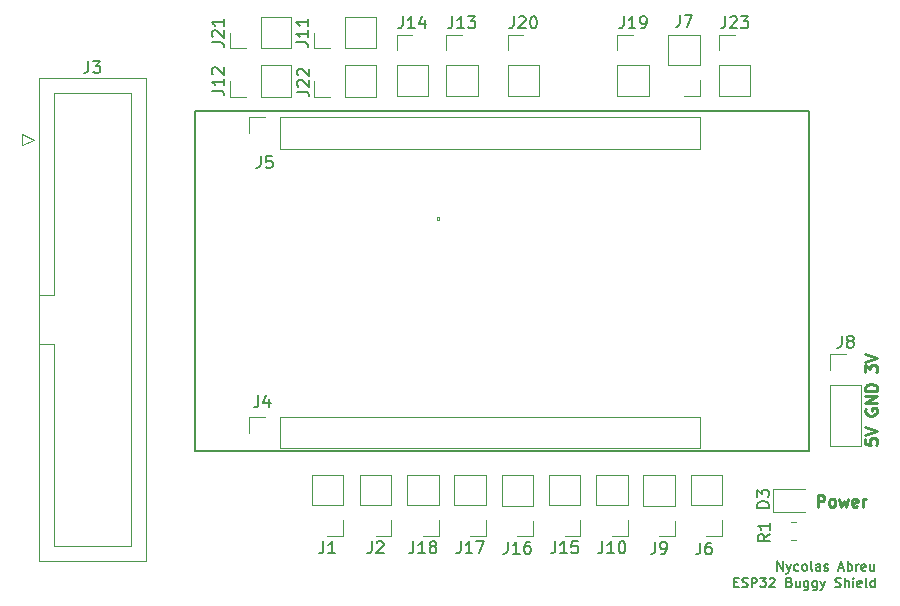
<source format=gbr>
%TF.GenerationSoftware,KiCad,Pcbnew,(6.0.6)*%
%TF.CreationDate,2022-08-29T19:16:38-03:00*%
%TF.ProjectId,Shield_Esp32,53686965-6c64-45f4-9573-7033322e6b69,rev?*%
%TF.SameCoordinates,Original*%
%TF.FileFunction,Legend,Top*%
%TF.FilePolarity,Positive*%
%FSLAX46Y46*%
G04 Gerber Fmt 4.6, Leading zero omitted, Abs format (unit mm)*
G04 Created by KiCad (PCBNEW (6.0.6)) date 2022-08-29 19:16:38*
%MOMM*%
%LPD*%
G01*
G04 APERTURE LIST*
%ADD10C,0.200000*%
%ADD11C,0.250000*%
%ADD12C,0.150000*%
%ADD13C,0.120000*%
G04 APERTURE END LIST*
D10*
X199700000Y-114600000D02*
X147700000Y-114600000D01*
X147700000Y-114600000D02*
X147700000Y-85800000D01*
X147700000Y-85800000D02*
X199700000Y-85800000D01*
X199700000Y-85800000D02*
X199700000Y-114600000D01*
D11*
X200423809Y-119352380D02*
X200423809Y-118352380D01*
X200804761Y-118352380D01*
X200900000Y-118400000D01*
X200947619Y-118447619D01*
X200995238Y-118542857D01*
X200995238Y-118685714D01*
X200947619Y-118780952D01*
X200900000Y-118828571D01*
X200804761Y-118876190D01*
X200423809Y-118876190D01*
X201566666Y-119352380D02*
X201471428Y-119304761D01*
X201423809Y-119257142D01*
X201376190Y-119161904D01*
X201376190Y-118876190D01*
X201423809Y-118780952D01*
X201471428Y-118733333D01*
X201566666Y-118685714D01*
X201709523Y-118685714D01*
X201804761Y-118733333D01*
X201852380Y-118780952D01*
X201900000Y-118876190D01*
X201900000Y-119161904D01*
X201852380Y-119257142D01*
X201804761Y-119304761D01*
X201709523Y-119352380D01*
X201566666Y-119352380D01*
X202233333Y-118685714D02*
X202423809Y-119352380D01*
X202614285Y-118876190D01*
X202804761Y-119352380D01*
X202995238Y-118685714D01*
X203757142Y-119304761D02*
X203661904Y-119352380D01*
X203471428Y-119352380D01*
X203376190Y-119304761D01*
X203328571Y-119209523D01*
X203328571Y-118828571D01*
X203376190Y-118733333D01*
X203471428Y-118685714D01*
X203661904Y-118685714D01*
X203757142Y-118733333D01*
X203804761Y-118828571D01*
X203804761Y-118923809D01*
X203328571Y-119019047D01*
X204233333Y-119352380D02*
X204233333Y-118685714D01*
X204233333Y-118876190D02*
X204280952Y-118780952D01*
X204328571Y-118733333D01*
X204423809Y-118685714D01*
X204519047Y-118685714D01*
D10*
X197004761Y-124761904D02*
X197004761Y-123961904D01*
X197461904Y-124761904D01*
X197461904Y-123961904D01*
X197766666Y-124228571D02*
X197957142Y-124761904D01*
X198147619Y-124228571D02*
X197957142Y-124761904D01*
X197880952Y-124952380D01*
X197842857Y-124990476D01*
X197766666Y-125028571D01*
X198795238Y-124723809D02*
X198719047Y-124761904D01*
X198566666Y-124761904D01*
X198490476Y-124723809D01*
X198452380Y-124685714D01*
X198414285Y-124609523D01*
X198414285Y-124380952D01*
X198452380Y-124304761D01*
X198490476Y-124266666D01*
X198566666Y-124228571D01*
X198719047Y-124228571D01*
X198795238Y-124266666D01*
X199252380Y-124761904D02*
X199176190Y-124723809D01*
X199138095Y-124685714D01*
X199100000Y-124609523D01*
X199100000Y-124380952D01*
X199138095Y-124304761D01*
X199176190Y-124266666D01*
X199252380Y-124228571D01*
X199366666Y-124228571D01*
X199442857Y-124266666D01*
X199480952Y-124304761D01*
X199519047Y-124380952D01*
X199519047Y-124609523D01*
X199480952Y-124685714D01*
X199442857Y-124723809D01*
X199366666Y-124761904D01*
X199252380Y-124761904D01*
X199976190Y-124761904D02*
X199900000Y-124723809D01*
X199861904Y-124647619D01*
X199861904Y-123961904D01*
X200623809Y-124761904D02*
X200623809Y-124342857D01*
X200585714Y-124266666D01*
X200509523Y-124228571D01*
X200357142Y-124228571D01*
X200280952Y-124266666D01*
X200623809Y-124723809D02*
X200547619Y-124761904D01*
X200357142Y-124761904D01*
X200280952Y-124723809D01*
X200242857Y-124647619D01*
X200242857Y-124571428D01*
X200280952Y-124495238D01*
X200357142Y-124457142D01*
X200547619Y-124457142D01*
X200623809Y-124419047D01*
X200966666Y-124723809D02*
X201042857Y-124761904D01*
X201195238Y-124761904D01*
X201271428Y-124723809D01*
X201309523Y-124647619D01*
X201309523Y-124609523D01*
X201271428Y-124533333D01*
X201195238Y-124495238D01*
X201080952Y-124495238D01*
X201004761Y-124457142D01*
X200966666Y-124380952D01*
X200966666Y-124342857D01*
X201004761Y-124266666D01*
X201080952Y-124228571D01*
X201195238Y-124228571D01*
X201271428Y-124266666D01*
X202223809Y-124533333D02*
X202604761Y-124533333D01*
X202147619Y-124761904D02*
X202414285Y-123961904D01*
X202680952Y-124761904D01*
X202947619Y-124761904D02*
X202947619Y-123961904D01*
X202947619Y-124266666D02*
X203023809Y-124228571D01*
X203176190Y-124228571D01*
X203252380Y-124266666D01*
X203290476Y-124304761D01*
X203328571Y-124380952D01*
X203328571Y-124609523D01*
X203290476Y-124685714D01*
X203252380Y-124723809D01*
X203176190Y-124761904D01*
X203023809Y-124761904D01*
X202947619Y-124723809D01*
X203671428Y-124761904D02*
X203671428Y-124228571D01*
X203671428Y-124380952D02*
X203709523Y-124304761D01*
X203747619Y-124266666D01*
X203823809Y-124228571D01*
X203900000Y-124228571D01*
X204471428Y-124723809D02*
X204395238Y-124761904D01*
X204242857Y-124761904D01*
X204166666Y-124723809D01*
X204128571Y-124647619D01*
X204128571Y-124342857D01*
X204166666Y-124266666D01*
X204242857Y-124228571D01*
X204395238Y-124228571D01*
X204471428Y-124266666D01*
X204509523Y-124342857D01*
X204509523Y-124419047D01*
X204128571Y-124495238D01*
X205195238Y-124228571D02*
X205195238Y-124761904D01*
X204852380Y-124228571D02*
X204852380Y-124647619D01*
X204890476Y-124723809D01*
X204966666Y-124761904D01*
X205080952Y-124761904D01*
X205157142Y-124723809D01*
X205195238Y-124685714D01*
D11*
X204452380Y-113590476D02*
X204452380Y-114066666D01*
X204928571Y-114114285D01*
X204880952Y-114066666D01*
X204833333Y-113971428D01*
X204833333Y-113733333D01*
X204880952Y-113638095D01*
X204928571Y-113590476D01*
X205023809Y-113542857D01*
X205261904Y-113542857D01*
X205357142Y-113590476D01*
X205404761Y-113638095D01*
X205452380Y-113733333D01*
X205452380Y-113971428D01*
X205404761Y-114066666D01*
X205357142Y-114114285D01*
X204452380Y-113257142D02*
X205452380Y-112923809D01*
X204452380Y-112590476D01*
D10*
X193338095Y-125742857D02*
X193604761Y-125742857D01*
X193719047Y-126161904D02*
X193338095Y-126161904D01*
X193338095Y-125361904D01*
X193719047Y-125361904D01*
X194023809Y-126123809D02*
X194138095Y-126161904D01*
X194328571Y-126161904D01*
X194404761Y-126123809D01*
X194442857Y-126085714D01*
X194480952Y-126009523D01*
X194480952Y-125933333D01*
X194442857Y-125857142D01*
X194404761Y-125819047D01*
X194328571Y-125780952D01*
X194176190Y-125742857D01*
X194100000Y-125704761D01*
X194061904Y-125666666D01*
X194023809Y-125590476D01*
X194023809Y-125514285D01*
X194061904Y-125438095D01*
X194100000Y-125400000D01*
X194176190Y-125361904D01*
X194366666Y-125361904D01*
X194480952Y-125400000D01*
X194823809Y-126161904D02*
X194823809Y-125361904D01*
X195128571Y-125361904D01*
X195204761Y-125400000D01*
X195242857Y-125438095D01*
X195280952Y-125514285D01*
X195280952Y-125628571D01*
X195242857Y-125704761D01*
X195204761Y-125742857D01*
X195128571Y-125780952D01*
X194823809Y-125780952D01*
X195547619Y-125361904D02*
X196042857Y-125361904D01*
X195776190Y-125666666D01*
X195890476Y-125666666D01*
X195966666Y-125704761D01*
X196004761Y-125742857D01*
X196042857Y-125819047D01*
X196042857Y-126009523D01*
X196004761Y-126085714D01*
X195966666Y-126123809D01*
X195890476Y-126161904D01*
X195661904Y-126161904D01*
X195585714Y-126123809D01*
X195547619Y-126085714D01*
X196347619Y-125438095D02*
X196385714Y-125400000D01*
X196461904Y-125361904D01*
X196652380Y-125361904D01*
X196728571Y-125400000D01*
X196766666Y-125438095D01*
X196804761Y-125514285D01*
X196804761Y-125590476D01*
X196766666Y-125704761D01*
X196309523Y-126161904D01*
X196804761Y-126161904D01*
X198023809Y-125742857D02*
X198138095Y-125780952D01*
X198176190Y-125819047D01*
X198214285Y-125895238D01*
X198214285Y-126009523D01*
X198176190Y-126085714D01*
X198138095Y-126123809D01*
X198061904Y-126161904D01*
X197757142Y-126161904D01*
X197757142Y-125361904D01*
X198023809Y-125361904D01*
X198100000Y-125400000D01*
X198138095Y-125438095D01*
X198176190Y-125514285D01*
X198176190Y-125590476D01*
X198138095Y-125666666D01*
X198100000Y-125704761D01*
X198023809Y-125742857D01*
X197757142Y-125742857D01*
X198900000Y-125628571D02*
X198900000Y-126161904D01*
X198557142Y-125628571D02*
X198557142Y-126047619D01*
X198595238Y-126123809D01*
X198671428Y-126161904D01*
X198785714Y-126161904D01*
X198861904Y-126123809D01*
X198900000Y-126085714D01*
X199623809Y-125628571D02*
X199623809Y-126276190D01*
X199585714Y-126352380D01*
X199547619Y-126390476D01*
X199471428Y-126428571D01*
X199357142Y-126428571D01*
X199280952Y-126390476D01*
X199623809Y-126123809D02*
X199547619Y-126161904D01*
X199395238Y-126161904D01*
X199319047Y-126123809D01*
X199280952Y-126085714D01*
X199242857Y-126009523D01*
X199242857Y-125780952D01*
X199280952Y-125704761D01*
X199319047Y-125666666D01*
X199395238Y-125628571D01*
X199547619Y-125628571D01*
X199623809Y-125666666D01*
X200347619Y-125628571D02*
X200347619Y-126276190D01*
X200309523Y-126352380D01*
X200271428Y-126390476D01*
X200195238Y-126428571D01*
X200080952Y-126428571D01*
X200004761Y-126390476D01*
X200347619Y-126123809D02*
X200271428Y-126161904D01*
X200119047Y-126161904D01*
X200042857Y-126123809D01*
X200004761Y-126085714D01*
X199966666Y-126009523D01*
X199966666Y-125780952D01*
X200004761Y-125704761D01*
X200042857Y-125666666D01*
X200119047Y-125628571D01*
X200271428Y-125628571D01*
X200347619Y-125666666D01*
X200652380Y-125628571D02*
X200842857Y-126161904D01*
X201033333Y-125628571D02*
X200842857Y-126161904D01*
X200766666Y-126352380D01*
X200728571Y-126390476D01*
X200652380Y-126428571D01*
X201909523Y-126123809D02*
X202023809Y-126161904D01*
X202214285Y-126161904D01*
X202290476Y-126123809D01*
X202328571Y-126085714D01*
X202366666Y-126009523D01*
X202366666Y-125933333D01*
X202328571Y-125857142D01*
X202290476Y-125819047D01*
X202214285Y-125780952D01*
X202061904Y-125742857D01*
X201985714Y-125704761D01*
X201947619Y-125666666D01*
X201909523Y-125590476D01*
X201909523Y-125514285D01*
X201947619Y-125438095D01*
X201985714Y-125400000D01*
X202061904Y-125361904D01*
X202252380Y-125361904D01*
X202366666Y-125400000D01*
X202709523Y-126161904D02*
X202709523Y-125361904D01*
X203052380Y-126161904D02*
X203052380Y-125742857D01*
X203014285Y-125666666D01*
X202938095Y-125628571D01*
X202823809Y-125628571D01*
X202747619Y-125666666D01*
X202709523Y-125704761D01*
X203433333Y-126161904D02*
X203433333Y-125628571D01*
X203433333Y-125361904D02*
X203395238Y-125400000D01*
X203433333Y-125438095D01*
X203471428Y-125400000D01*
X203433333Y-125361904D01*
X203433333Y-125438095D01*
X204119047Y-126123809D02*
X204042857Y-126161904D01*
X203890476Y-126161904D01*
X203814285Y-126123809D01*
X203776190Y-126047619D01*
X203776190Y-125742857D01*
X203814285Y-125666666D01*
X203890476Y-125628571D01*
X204042857Y-125628571D01*
X204119047Y-125666666D01*
X204157142Y-125742857D01*
X204157142Y-125819047D01*
X203776190Y-125895238D01*
X204614285Y-126161904D02*
X204538095Y-126123809D01*
X204500000Y-126047619D01*
X204500000Y-125361904D01*
X205261904Y-126161904D02*
X205261904Y-125361904D01*
X205261904Y-126123809D02*
X205185714Y-126161904D01*
X205033333Y-126161904D01*
X204957142Y-126123809D01*
X204919047Y-126085714D01*
X204880952Y-126009523D01*
X204880952Y-125780952D01*
X204919047Y-125704761D01*
X204957142Y-125666666D01*
X205033333Y-125628571D01*
X205185714Y-125628571D01*
X205261904Y-125666666D01*
D11*
X204500000Y-111061904D02*
X204452380Y-111157142D01*
X204452380Y-111300000D01*
X204500000Y-111442857D01*
X204595238Y-111538095D01*
X204690476Y-111585714D01*
X204880952Y-111633333D01*
X205023809Y-111633333D01*
X205214285Y-111585714D01*
X205309523Y-111538095D01*
X205404761Y-111442857D01*
X205452380Y-111300000D01*
X205452380Y-111204761D01*
X205404761Y-111061904D01*
X205357142Y-111014285D01*
X205023809Y-111014285D01*
X205023809Y-111204761D01*
X205452380Y-110585714D02*
X204452380Y-110585714D01*
X205452380Y-110014285D01*
X204452380Y-110014285D01*
X205452380Y-109538095D02*
X204452380Y-109538095D01*
X204452380Y-109300000D01*
X204500000Y-109157142D01*
X204595238Y-109061904D01*
X204690476Y-109014285D01*
X204880952Y-108966666D01*
X205023809Y-108966666D01*
X205214285Y-109014285D01*
X205309523Y-109061904D01*
X205404761Y-109157142D01*
X205452380Y-109300000D01*
X205452380Y-109538095D01*
X204452380Y-107961904D02*
X204452380Y-107342857D01*
X204833333Y-107676190D01*
X204833333Y-107533333D01*
X204880952Y-107438095D01*
X204928571Y-107390476D01*
X205023809Y-107342857D01*
X205261904Y-107342857D01*
X205357142Y-107390476D01*
X205404761Y-107438095D01*
X205452380Y-107533333D01*
X205452380Y-107819047D01*
X205404761Y-107914285D01*
X205357142Y-107961904D01*
X204452380Y-107057142D02*
X205452380Y-106723809D01*
X204452380Y-106390476D01*
D12*
%TO.C,J6*%
X190466666Y-122377380D02*
X190466666Y-123091666D01*
X190419047Y-123234523D01*
X190323809Y-123329761D01*
X190180952Y-123377380D01*
X190085714Y-123377380D01*
X191371428Y-122377380D02*
X191180952Y-122377380D01*
X191085714Y-122425000D01*
X191038095Y-122472619D01*
X190942857Y-122615476D01*
X190895238Y-122805952D01*
X190895238Y-123186904D01*
X190942857Y-123282142D01*
X190990476Y-123329761D01*
X191085714Y-123377380D01*
X191276190Y-123377380D01*
X191371428Y-123329761D01*
X191419047Y-123282142D01*
X191466666Y-123186904D01*
X191466666Y-122948809D01*
X191419047Y-122853571D01*
X191371428Y-122805952D01*
X191276190Y-122758333D01*
X191085714Y-122758333D01*
X190990476Y-122805952D01*
X190942857Y-122853571D01*
X190895238Y-122948809D01*
%TO.C,J12*%
X149122380Y-84109523D02*
X149836666Y-84109523D01*
X149979523Y-84157142D01*
X150074761Y-84252380D01*
X150122380Y-84395238D01*
X150122380Y-84490476D01*
X150122380Y-83109523D02*
X150122380Y-83680952D01*
X150122380Y-83395238D02*
X149122380Y-83395238D01*
X149265238Y-83490476D01*
X149360476Y-83585714D01*
X149408095Y-83680952D01*
X149217619Y-82728571D02*
X149170000Y-82680952D01*
X149122380Y-82585714D01*
X149122380Y-82347619D01*
X149170000Y-82252380D01*
X149217619Y-82204761D01*
X149312857Y-82157142D01*
X149408095Y-82157142D01*
X149550952Y-82204761D01*
X150122380Y-82776190D01*
X150122380Y-82157142D01*
%TO.C,J10*%
X182190476Y-122282380D02*
X182190476Y-122996666D01*
X182142857Y-123139523D01*
X182047619Y-123234761D01*
X181904761Y-123282380D01*
X181809523Y-123282380D01*
X183190476Y-123282380D02*
X182619047Y-123282380D01*
X182904761Y-123282380D02*
X182904761Y-122282380D01*
X182809523Y-122425238D01*
X182714285Y-122520476D01*
X182619047Y-122568095D01*
X183809523Y-122282380D02*
X183904761Y-122282380D01*
X184000000Y-122330000D01*
X184047619Y-122377619D01*
X184095238Y-122472857D01*
X184142857Y-122663333D01*
X184142857Y-122901428D01*
X184095238Y-123091904D01*
X184047619Y-123187142D01*
X184000000Y-123234761D01*
X183904761Y-123282380D01*
X183809523Y-123282380D01*
X183714285Y-123234761D01*
X183666666Y-123187142D01*
X183619047Y-123091904D01*
X183571428Y-122901428D01*
X183571428Y-122663333D01*
X183619047Y-122472857D01*
X183666666Y-122377619D01*
X183714285Y-122330000D01*
X183809523Y-122282380D01*
%TO.C,D3*%
X196289880Y-119438095D02*
X195289880Y-119438095D01*
X195289880Y-119200000D01*
X195337500Y-119057142D01*
X195432738Y-118961904D01*
X195527976Y-118914285D01*
X195718452Y-118866666D01*
X195861309Y-118866666D01*
X196051785Y-118914285D01*
X196147023Y-118961904D01*
X196242261Y-119057142D01*
X196289880Y-119200000D01*
X196289880Y-119438095D01*
X195289880Y-118533333D02*
X195289880Y-117914285D01*
X195670833Y-118247619D01*
X195670833Y-118104761D01*
X195718452Y-118009523D01*
X195766071Y-117961904D01*
X195861309Y-117914285D01*
X196099404Y-117914285D01*
X196194642Y-117961904D01*
X196242261Y-118009523D01*
X196289880Y-118104761D01*
X196289880Y-118390476D01*
X196242261Y-118485714D01*
X196194642Y-118533333D01*
%TO.C,J11*%
X156272380Y-80009523D02*
X156986666Y-80009523D01*
X157129523Y-80057142D01*
X157224761Y-80152380D01*
X157272380Y-80295238D01*
X157272380Y-80390476D01*
X157272380Y-79009523D02*
X157272380Y-79580952D01*
X157272380Y-79295238D02*
X156272380Y-79295238D01*
X156415238Y-79390476D01*
X156510476Y-79485714D01*
X156558095Y-79580952D01*
X157272380Y-78057142D02*
X157272380Y-78628571D01*
X157272380Y-78342857D02*
X156272380Y-78342857D01*
X156415238Y-78438095D01*
X156510476Y-78533333D01*
X156558095Y-78628571D01*
%TO.C,J21*%
X149122380Y-80009523D02*
X149836666Y-80009523D01*
X149979523Y-80057142D01*
X150074761Y-80152380D01*
X150122380Y-80295238D01*
X150122380Y-80390476D01*
X149217619Y-79580952D02*
X149170000Y-79533333D01*
X149122380Y-79438095D01*
X149122380Y-79200000D01*
X149170000Y-79104761D01*
X149217619Y-79057142D01*
X149312857Y-79009523D01*
X149408095Y-79009523D01*
X149550952Y-79057142D01*
X150122380Y-79628571D01*
X150122380Y-79009523D01*
X150122380Y-78057142D02*
X150122380Y-78628571D01*
X150122380Y-78342857D02*
X149122380Y-78342857D01*
X149265238Y-78438095D01*
X149360476Y-78533333D01*
X149408095Y-78628571D01*
%TO.C,J9*%
X186666666Y-122317380D02*
X186666666Y-123031666D01*
X186619047Y-123174523D01*
X186523809Y-123269761D01*
X186380952Y-123317380D01*
X186285714Y-123317380D01*
X187190476Y-123317380D02*
X187380952Y-123317380D01*
X187476190Y-123269761D01*
X187523809Y-123222142D01*
X187619047Y-123079285D01*
X187666666Y-122888809D01*
X187666666Y-122507857D01*
X187619047Y-122412619D01*
X187571428Y-122365000D01*
X187476190Y-122317380D01*
X187285714Y-122317380D01*
X187190476Y-122365000D01*
X187142857Y-122412619D01*
X187095238Y-122507857D01*
X187095238Y-122745952D01*
X187142857Y-122841190D01*
X187190476Y-122888809D01*
X187285714Y-122936428D01*
X187476190Y-122936428D01*
X187571428Y-122888809D01*
X187619047Y-122841190D01*
X187666666Y-122745952D01*
%TO.C,J17*%
X170190476Y-122282380D02*
X170190476Y-122996666D01*
X170142857Y-123139523D01*
X170047619Y-123234761D01*
X169904761Y-123282380D01*
X169809523Y-123282380D01*
X171190476Y-123282380D02*
X170619047Y-123282380D01*
X170904761Y-123282380D02*
X170904761Y-122282380D01*
X170809523Y-122425238D01*
X170714285Y-122520476D01*
X170619047Y-122568095D01*
X171523809Y-122282380D02*
X172190476Y-122282380D01*
X171761904Y-123282380D01*
%TO.C,J13*%
X169490476Y-77822380D02*
X169490476Y-78536666D01*
X169442857Y-78679523D01*
X169347619Y-78774761D01*
X169204761Y-78822380D01*
X169109523Y-78822380D01*
X170490476Y-78822380D02*
X169919047Y-78822380D01*
X170204761Y-78822380D02*
X170204761Y-77822380D01*
X170109523Y-77965238D01*
X170014285Y-78060476D01*
X169919047Y-78108095D01*
X170823809Y-77822380D02*
X171442857Y-77822380D01*
X171109523Y-78203333D01*
X171252380Y-78203333D01*
X171347619Y-78250952D01*
X171395238Y-78298571D01*
X171442857Y-78393809D01*
X171442857Y-78631904D01*
X171395238Y-78727142D01*
X171347619Y-78774761D01*
X171252380Y-78822380D01*
X170966666Y-78822380D01*
X170871428Y-78774761D01*
X170823809Y-78727142D01*
%TO.C,J1*%
X158566666Y-122282380D02*
X158566666Y-122996666D01*
X158519047Y-123139523D01*
X158423809Y-123234761D01*
X158280952Y-123282380D01*
X158185714Y-123282380D01*
X159566666Y-123282380D02*
X158995238Y-123282380D01*
X159280952Y-123282380D02*
X159280952Y-122282380D01*
X159185714Y-122425238D01*
X159090476Y-122520476D01*
X158995238Y-122568095D01*
%TO.C,J22*%
X156352380Y-84209523D02*
X157066666Y-84209523D01*
X157209523Y-84257142D01*
X157304761Y-84352380D01*
X157352380Y-84495238D01*
X157352380Y-84590476D01*
X156447619Y-83780952D02*
X156400000Y-83733333D01*
X156352380Y-83638095D01*
X156352380Y-83400000D01*
X156400000Y-83304761D01*
X156447619Y-83257142D01*
X156542857Y-83209523D01*
X156638095Y-83209523D01*
X156780952Y-83257142D01*
X157352380Y-83828571D01*
X157352380Y-83209523D01*
X156447619Y-82828571D02*
X156400000Y-82780952D01*
X156352380Y-82685714D01*
X156352380Y-82447619D01*
X156400000Y-82352380D01*
X156447619Y-82304761D01*
X156542857Y-82257142D01*
X156638095Y-82257142D01*
X156780952Y-82304761D01*
X157352380Y-82876190D01*
X157352380Y-82257142D01*
%TO.C,J19*%
X183990476Y-77822380D02*
X183990476Y-78536666D01*
X183942857Y-78679523D01*
X183847619Y-78774761D01*
X183704761Y-78822380D01*
X183609523Y-78822380D01*
X184990476Y-78822380D02*
X184419047Y-78822380D01*
X184704761Y-78822380D02*
X184704761Y-77822380D01*
X184609523Y-77965238D01*
X184514285Y-78060476D01*
X184419047Y-78108095D01*
X185466666Y-78822380D02*
X185657142Y-78822380D01*
X185752380Y-78774761D01*
X185800000Y-78727142D01*
X185895238Y-78584285D01*
X185942857Y-78393809D01*
X185942857Y-78012857D01*
X185895238Y-77917619D01*
X185847619Y-77870000D01*
X185752380Y-77822380D01*
X185561904Y-77822380D01*
X185466666Y-77870000D01*
X185419047Y-77917619D01*
X185371428Y-78012857D01*
X185371428Y-78250952D01*
X185419047Y-78346190D01*
X185466666Y-78393809D01*
X185561904Y-78441428D01*
X185752380Y-78441428D01*
X185847619Y-78393809D01*
X185895238Y-78346190D01*
X185942857Y-78250952D01*
%TO.C,J23*%
X192590476Y-77822380D02*
X192590476Y-78536666D01*
X192542857Y-78679523D01*
X192447619Y-78774761D01*
X192304761Y-78822380D01*
X192209523Y-78822380D01*
X193019047Y-77917619D02*
X193066666Y-77870000D01*
X193161904Y-77822380D01*
X193400000Y-77822380D01*
X193495238Y-77870000D01*
X193542857Y-77917619D01*
X193590476Y-78012857D01*
X193590476Y-78108095D01*
X193542857Y-78250952D01*
X192971428Y-78822380D01*
X193590476Y-78822380D01*
X193923809Y-77822380D02*
X194542857Y-77822380D01*
X194209523Y-78203333D01*
X194352380Y-78203333D01*
X194447619Y-78250952D01*
X194495238Y-78298571D01*
X194542857Y-78393809D01*
X194542857Y-78631904D01*
X194495238Y-78727142D01*
X194447619Y-78774761D01*
X194352380Y-78822380D01*
X194066666Y-78822380D01*
X193971428Y-78774761D01*
X193923809Y-78727142D01*
%TO.C,J18*%
X166190476Y-122282380D02*
X166190476Y-122996666D01*
X166142857Y-123139523D01*
X166047619Y-123234761D01*
X165904761Y-123282380D01*
X165809523Y-123282380D01*
X167190476Y-123282380D02*
X166619047Y-123282380D01*
X166904761Y-123282380D02*
X166904761Y-122282380D01*
X166809523Y-122425238D01*
X166714285Y-122520476D01*
X166619047Y-122568095D01*
X167761904Y-122710952D02*
X167666666Y-122663333D01*
X167619047Y-122615714D01*
X167571428Y-122520476D01*
X167571428Y-122472857D01*
X167619047Y-122377619D01*
X167666666Y-122330000D01*
X167761904Y-122282380D01*
X167952380Y-122282380D01*
X168047619Y-122330000D01*
X168095238Y-122377619D01*
X168142857Y-122472857D01*
X168142857Y-122520476D01*
X168095238Y-122615714D01*
X168047619Y-122663333D01*
X167952380Y-122710952D01*
X167761904Y-122710952D01*
X167666666Y-122758571D01*
X167619047Y-122806190D01*
X167571428Y-122901428D01*
X167571428Y-123091904D01*
X167619047Y-123187142D01*
X167666666Y-123234761D01*
X167761904Y-123282380D01*
X167952380Y-123282380D01*
X168047619Y-123234761D01*
X168095238Y-123187142D01*
X168142857Y-123091904D01*
X168142857Y-122901428D01*
X168095238Y-122806190D01*
X168047619Y-122758571D01*
X167952380Y-122710952D01*
%TO.C,J7*%
X188766666Y-77692380D02*
X188766666Y-78406666D01*
X188719047Y-78549523D01*
X188623809Y-78644761D01*
X188480952Y-78692380D01*
X188385714Y-78692380D01*
X189147619Y-77692380D02*
X189814285Y-77692380D01*
X189385714Y-78692380D01*
%TO.C,J4*%
X153066666Y-109927380D02*
X153066666Y-110641666D01*
X153019047Y-110784523D01*
X152923809Y-110879761D01*
X152780952Y-110927380D01*
X152685714Y-110927380D01*
X153971428Y-110260714D02*
X153971428Y-110927380D01*
X153733333Y-109879761D02*
X153495238Y-110594047D01*
X154114285Y-110594047D01*
%TO.C,J3*%
X138684166Y-81612380D02*
X138684166Y-82326666D01*
X138636547Y-82469523D01*
X138541309Y-82564761D01*
X138398452Y-82612380D01*
X138303214Y-82612380D01*
X139065119Y-81612380D02*
X139684166Y-81612380D01*
X139350833Y-81993333D01*
X139493690Y-81993333D01*
X139588928Y-82040952D01*
X139636547Y-82088571D01*
X139684166Y-82183809D01*
X139684166Y-82421904D01*
X139636547Y-82517142D01*
X139588928Y-82564761D01*
X139493690Y-82612380D01*
X139207976Y-82612380D01*
X139112738Y-82564761D01*
X139065119Y-82517142D01*
%TO.C,J15*%
X178190476Y-122282380D02*
X178190476Y-122996666D01*
X178142857Y-123139523D01*
X178047619Y-123234761D01*
X177904761Y-123282380D01*
X177809523Y-123282380D01*
X179190476Y-123282380D02*
X178619047Y-123282380D01*
X178904761Y-123282380D02*
X178904761Y-122282380D01*
X178809523Y-122425238D01*
X178714285Y-122520476D01*
X178619047Y-122568095D01*
X180095238Y-122282380D02*
X179619047Y-122282380D01*
X179571428Y-122758571D01*
X179619047Y-122710952D01*
X179714285Y-122663333D01*
X179952380Y-122663333D01*
X180047619Y-122710952D01*
X180095238Y-122758571D01*
X180142857Y-122853809D01*
X180142857Y-123091904D01*
X180095238Y-123187142D01*
X180047619Y-123234761D01*
X179952380Y-123282380D01*
X179714285Y-123282380D01*
X179619047Y-123234761D01*
X179571428Y-123187142D01*
%TO.C,J2*%
X162666666Y-122282380D02*
X162666666Y-122996666D01*
X162619047Y-123139523D01*
X162523809Y-123234761D01*
X162380952Y-123282380D01*
X162285714Y-123282380D01*
X163095238Y-122377619D02*
X163142857Y-122330000D01*
X163238095Y-122282380D01*
X163476190Y-122282380D01*
X163571428Y-122330000D01*
X163619047Y-122377619D01*
X163666666Y-122472857D01*
X163666666Y-122568095D01*
X163619047Y-122710952D01*
X163047619Y-123282380D01*
X163666666Y-123282380D01*
%TO.C,J5*%
X153266666Y-89652380D02*
X153266666Y-90366666D01*
X153219047Y-90509523D01*
X153123809Y-90604761D01*
X152980952Y-90652380D01*
X152885714Y-90652380D01*
X154219047Y-89652380D02*
X153742857Y-89652380D01*
X153695238Y-90128571D01*
X153742857Y-90080952D01*
X153838095Y-90033333D01*
X154076190Y-90033333D01*
X154171428Y-90080952D01*
X154219047Y-90128571D01*
X154266666Y-90223809D01*
X154266666Y-90461904D01*
X154219047Y-90557142D01*
X154171428Y-90604761D01*
X154076190Y-90652380D01*
X153838095Y-90652380D01*
X153742857Y-90604761D01*
X153695238Y-90557142D01*
%TO.C,R1*%
X196364880Y-121666666D02*
X195888690Y-122000000D01*
X196364880Y-122238095D02*
X195364880Y-122238095D01*
X195364880Y-121857142D01*
X195412500Y-121761904D01*
X195460119Y-121714285D01*
X195555357Y-121666666D01*
X195698214Y-121666666D01*
X195793452Y-121714285D01*
X195841071Y-121761904D01*
X195888690Y-121857142D01*
X195888690Y-122238095D01*
X196364880Y-120714285D02*
X196364880Y-121285714D01*
X196364880Y-121000000D02*
X195364880Y-121000000D01*
X195507738Y-121095238D01*
X195602976Y-121190476D01*
X195650595Y-121285714D01*
%TO.C,J14*%
X165290476Y-77822380D02*
X165290476Y-78536666D01*
X165242857Y-78679523D01*
X165147619Y-78774761D01*
X165004761Y-78822380D01*
X164909523Y-78822380D01*
X166290476Y-78822380D02*
X165719047Y-78822380D01*
X166004761Y-78822380D02*
X166004761Y-77822380D01*
X165909523Y-77965238D01*
X165814285Y-78060476D01*
X165719047Y-78108095D01*
X167147619Y-78155714D02*
X167147619Y-78822380D01*
X166909523Y-77774761D02*
X166671428Y-78489047D01*
X167290476Y-78489047D01*
%TO.C,J16*%
X174190476Y-122317380D02*
X174190476Y-123031666D01*
X174142857Y-123174523D01*
X174047619Y-123269761D01*
X173904761Y-123317380D01*
X173809523Y-123317380D01*
X175190476Y-123317380D02*
X174619047Y-123317380D01*
X174904761Y-123317380D02*
X174904761Y-122317380D01*
X174809523Y-122460238D01*
X174714285Y-122555476D01*
X174619047Y-122603095D01*
X176047619Y-122317380D02*
X175857142Y-122317380D01*
X175761904Y-122365000D01*
X175714285Y-122412619D01*
X175619047Y-122555476D01*
X175571428Y-122745952D01*
X175571428Y-123126904D01*
X175619047Y-123222142D01*
X175666666Y-123269761D01*
X175761904Y-123317380D01*
X175952380Y-123317380D01*
X176047619Y-123269761D01*
X176095238Y-123222142D01*
X176142857Y-123126904D01*
X176142857Y-122888809D01*
X176095238Y-122793571D01*
X176047619Y-122745952D01*
X175952380Y-122698333D01*
X175761904Y-122698333D01*
X175666666Y-122745952D01*
X175619047Y-122793571D01*
X175571428Y-122888809D01*
%TO.C,J20*%
X174690476Y-77822380D02*
X174690476Y-78536666D01*
X174642857Y-78679523D01*
X174547619Y-78774761D01*
X174404761Y-78822380D01*
X174309523Y-78822380D01*
X175119047Y-77917619D02*
X175166666Y-77870000D01*
X175261904Y-77822380D01*
X175500000Y-77822380D01*
X175595238Y-77870000D01*
X175642857Y-77917619D01*
X175690476Y-78012857D01*
X175690476Y-78108095D01*
X175642857Y-78250952D01*
X175071428Y-78822380D01*
X175690476Y-78822380D01*
X176309523Y-77822380D02*
X176404761Y-77822380D01*
X176500000Y-77870000D01*
X176547619Y-77917619D01*
X176595238Y-78012857D01*
X176642857Y-78203333D01*
X176642857Y-78441428D01*
X176595238Y-78631904D01*
X176547619Y-78727142D01*
X176500000Y-78774761D01*
X176404761Y-78822380D01*
X176309523Y-78822380D01*
X176214285Y-78774761D01*
X176166666Y-78727142D01*
X176119047Y-78631904D01*
X176071428Y-78441428D01*
X176071428Y-78203333D01*
X176119047Y-78012857D01*
X176166666Y-77917619D01*
X176214285Y-77870000D01*
X176309523Y-77822380D01*
%TO.C,J8*%
X202466666Y-104882380D02*
X202466666Y-105596666D01*
X202419047Y-105739523D01*
X202323809Y-105834761D01*
X202180952Y-105882380D01*
X202085714Y-105882380D01*
X203085714Y-105310952D02*
X202990476Y-105263333D01*
X202942857Y-105215714D01*
X202895238Y-105120476D01*
X202895238Y-105072857D01*
X202942857Y-104977619D01*
X202990476Y-104930000D01*
X203085714Y-104882380D01*
X203276190Y-104882380D01*
X203371428Y-104930000D01*
X203419047Y-104977619D01*
X203466666Y-105072857D01*
X203466666Y-105120476D01*
X203419047Y-105215714D01*
X203371428Y-105263333D01*
X203276190Y-105310952D01*
X203085714Y-105310952D01*
X202990476Y-105358571D01*
X202942857Y-105406190D01*
X202895238Y-105501428D01*
X202895238Y-105691904D01*
X202942857Y-105787142D01*
X202990476Y-105834761D01*
X203085714Y-105882380D01*
X203276190Y-105882380D01*
X203371428Y-105834761D01*
X203419047Y-105787142D01*
X203466666Y-105691904D01*
X203466666Y-105501428D01*
X203419047Y-105406190D01*
X203371428Y-105358571D01*
X203276190Y-105310952D01*
D13*
%TO.C,J6*%
X192330000Y-120500000D02*
X192330000Y-121830000D01*
X189670000Y-119230000D02*
X189670000Y-116630000D01*
X192330000Y-116630000D02*
X189670000Y-116630000D01*
X192330000Y-119230000D02*
X189670000Y-119230000D01*
X192330000Y-119230000D02*
X192330000Y-116630000D01*
X192330000Y-121830000D02*
X191000000Y-121830000D01*
%TO.C,J12*%
X153270000Y-84630000D02*
X155870000Y-84630000D01*
X153270000Y-84630000D02*
X153270000Y-81970000D01*
X153270000Y-81970000D02*
X155870000Y-81970000D01*
X150670000Y-84630000D02*
X150670000Y-83300000D01*
X155870000Y-84630000D02*
X155870000Y-81970000D01*
X152000000Y-84630000D02*
X150670000Y-84630000D01*
%TO.C,J10*%
X184330000Y-119230000D02*
X181670000Y-119230000D01*
X184330000Y-121830000D02*
X183000000Y-121830000D01*
X181670000Y-119230000D02*
X181670000Y-116630000D01*
X184330000Y-119230000D02*
X184330000Y-116630000D01*
X184330000Y-116630000D02*
X181670000Y-116630000D01*
X184330000Y-120500000D02*
X184330000Y-121830000D01*
%TO.C,D3*%
X196652500Y-117840000D02*
X196652500Y-119760000D01*
X199337500Y-117840000D02*
X196652500Y-117840000D01*
X196652500Y-119760000D02*
X199337500Y-119760000D01*
%TO.C,J11*%
X159150000Y-80530000D02*
X157820000Y-80530000D01*
X157820000Y-80530000D02*
X157820000Y-79200000D01*
X160420000Y-77870000D02*
X163020000Y-77870000D01*
X160420000Y-80530000D02*
X160420000Y-77870000D01*
X163020000Y-80530000D02*
X163020000Y-77870000D01*
X160420000Y-80530000D02*
X163020000Y-80530000D01*
%TO.C,J21*%
X153270000Y-80530000D02*
X155870000Y-80530000D01*
X152000000Y-80530000D02*
X150670000Y-80530000D01*
X153270000Y-80530000D02*
X153270000Y-77870000D01*
X153270000Y-77870000D02*
X155870000Y-77870000D01*
X155870000Y-80530000D02*
X155870000Y-77870000D01*
X150670000Y-80530000D02*
X150670000Y-79200000D01*
%TO.C,J9*%
X188330000Y-120535000D02*
X188330000Y-121865000D01*
X188330000Y-121865000D02*
X187000000Y-121865000D01*
X188330000Y-119265000D02*
X188330000Y-116665000D01*
X188330000Y-119265000D02*
X185670000Y-119265000D01*
X188330000Y-116665000D02*
X185670000Y-116665000D01*
X185670000Y-119265000D02*
X185670000Y-116665000D01*
%TO.C,J17*%
X172330000Y-120500000D02*
X172330000Y-121830000D01*
X169670000Y-119230000D02*
X169670000Y-116630000D01*
X172330000Y-119230000D02*
X169670000Y-119230000D01*
X172330000Y-116630000D02*
X169670000Y-116630000D01*
X172330000Y-119230000D02*
X172330000Y-116630000D01*
X172330000Y-121830000D02*
X171000000Y-121830000D01*
%TO.C,J13*%
X168970000Y-84570000D02*
X171630000Y-84570000D01*
X168970000Y-81970000D02*
X168970000Y-84570000D01*
X168970000Y-81970000D02*
X171630000Y-81970000D01*
X168970000Y-79370000D02*
X170300000Y-79370000D01*
X168970000Y-80700000D02*
X168970000Y-79370000D01*
X171630000Y-81970000D02*
X171630000Y-84570000D01*
%TO.C,J1*%
X160230000Y-121830000D02*
X158900000Y-121830000D01*
X160230000Y-119230000D02*
X157570000Y-119230000D01*
X160230000Y-120500000D02*
X160230000Y-121830000D01*
X160230000Y-116630000D02*
X157570000Y-116630000D01*
X157570000Y-119230000D02*
X157570000Y-116630000D01*
X160230000Y-119230000D02*
X160230000Y-116630000D01*
%TO.C,J22*%
X160395000Y-84630000D02*
X162995000Y-84630000D01*
X157795000Y-84630000D02*
X157795000Y-83300000D01*
X160395000Y-84630000D02*
X160395000Y-81970000D01*
X160395000Y-81970000D02*
X162995000Y-81970000D01*
X162995000Y-84630000D02*
X162995000Y-81970000D01*
X159125000Y-84630000D02*
X157795000Y-84630000D01*
%TO.C,J19*%
X186130000Y-81970000D02*
X186130000Y-84570000D01*
X183470000Y-81970000D02*
X186130000Y-81970000D01*
X183470000Y-79370000D02*
X184800000Y-79370000D01*
X183470000Y-80700000D02*
X183470000Y-79370000D01*
X183470000Y-81970000D02*
X183470000Y-84570000D01*
X183470000Y-84570000D02*
X186130000Y-84570000D01*
%TO.C,J23*%
X192070000Y-79370000D02*
X193400000Y-79370000D01*
X192070000Y-81970000D02*
X194730000Y-81970000D01*
X192070000Y-84570000D02*
X194730000Y-84570000D01*
X192070000Y-81970000D02*
X192070000Y-84570000D01*
X194730000Y-81970000D02*
X194730000Y-84570000D01*
X192070000Y-80700000D02*
X192070000Y-79370000D01*
%TO.C,J18*%
X165670000Y-119230000D02*
X165670000Y-116630000D01*
X168330000Y-119230000D02*
X168330000Y-116630000D01*
X168330000Y-119230000D02*
X165670000Y-119230000D01*
X168330000Y-120500000D02*
X168330000Y-121830000D01*
X168330000Y-116630000D02*
X165670000Y-116630000D01*
X168330000Y-121830000D02*
X167000000Y-121830000D01*
%TO.C,J7*%
X190430000Y-79370000D02*
X187770000Y-79370000D01*
X190430000Y-81970000D02*
X190430000Y-79370000D01*
X190430000Y-81970000D02*
X187770000Y-81970000D01*
X187770000Y-81970000D02*
X187770000Y-79370000D01*
X190430000Y-84570000D02*
X189100000Y-84570000D01*
X190430000Y-83240000D02*
X190430000Y-84570000D01*
%TO.C,J4*%
X154870000Y-114405000D02*
X154870000Y-111745000D01*
X152270000Y-111745000D02*
X153600000Y-111745000D01*
X154870000Y-111745000D02*
X190490000Y-111745000D01*
X190490000Y-114405000D02*
X190490000Y-111745000D01*
X154870000Y-114405000D02*
X190490000Y-114405000D01*
X152270000Y-113075000D02*
X152270000Y-111745000D01*
%TO.C,J3*%
X134457500Y-83050000D02*
X143577500Y-83050000D01*
X134457500Y-123950000D02*
X134457500Y-83050000D01*
X142267500Y-84350000D02*
X142267500Y-122650000D01*
X143577500Y-123950000D02*
X134457500Y-123950000D01*
X135767500Y-122650000D02*
X135767500Y-105550000D01*
X134067500Y-88260000D02*
X133067500Y-87760000D01*
X134457500Y-101450000D02*
X135767500Y-101450000D01*
X143577500Y-83050000D02*
X143577500Y-123950000D01*
X135767500Y-84350000D02*
X142267500Y-84350000D01*
X135767500Y-101450000D02*
X135767500Y-84350000D01*
X135767500Y-105550000D02*
X135767500Y-105550000D01*
X135767500Y-105550000D02*
X134457500Y-105550000D01*
X142267500Y-122650000D02*
X135767500Y-122650000D01*
X133067500Y-88760000D02*
X134067500Y-88260000D01*
X133067500Y-87760000D02*
X133067500Y-88760000D01*
%TO.C,J15*%
X180330000Y-121830000D02*
X179000000Y-121830000D01*
X180330000Y-119230000D02*
X177670000Y-119230000D01*
X180330000Y-120500000D02*
X180330000Y-121830000D01*
X180330000Y-116630000D02*
X177670000Y-116630000D01*
X177670000Y-119230000D02*
X177670000Y-116630000D01*
X180330000Y-119230000D02*
X180330000Y-116630000D01*
%TO.C,J2*%
X164330000Y-119230000D02*
X161670000Y-119230000D01*
X164330000Y-121830000D02*
X163000000Y-121830000D01*
X164330000Y-120500000D02*
X164330000Y-121830000D01*
X161670000Y-119230000D02*
X161670000Y-116630000D01*
X164330000Y-119230000D02*
X164330000Y-116630000D01*
X164330000Y-116630000D02*
X161670000Y-116630000D01*
%TO.C,J5*%
X152270000Y-87700000D02*
X152270000Y-86370000D01*
X154870000Y-89030000D02*
X190490000Y-89030000D01*
X152270000Y-86370000D02*
X153600000Y-86370000D01*
X190490000Y-89030000D02*
X190490000Y-86370000D01*
X154870000Y-86370000D02*
X190490000Y-86370000D01*
X154870000Y-89030000D02*
X154870000Y-86370000D01*
%TO.C,R1*%
X198172936Y-122135000D02*
X198627064Y-122135000D01*
X198172936Y-120665000D02*
X198627064Y-120665000D01*
%TO.C,J14*%
X164770000Y-81970000D02*
X167430000Y-81970000D01*
X167430000Y-81970000D02*
X167430000Y-84570000D01*
X164770000Y-80700000D02*
X164770000Y-79370000D01*
X164770000Y-81970000D02*
X164770000Y-84570000D01*
X164770000Y-84570000D02*
X167430000Y-84570000D01*
X164770000Y-79370000D02*
X166100000Y-79370000D01*
%TO.C,J16*%
X176330000Y-119265000D02*
X176330000Y-116665000D01*
X176330000Y-116665000D02*
X173670000Y-116665000D01*
X176330000Y-121865000D02*
X175000000Y-121865000D01*
X173670000Y-119265000D02*
X173670000Y-116665000D01*
X176330000Y-119265000D02*
X173670000Y-119265000D01*
X176330000Y-120535000D02*
X176330000Y-121865000D01*
%TO.C,J20*%
X174170000Y-80700000D02*
X174170000Y-79370000D01*
X174170000Y-79370000D02*
X175500000Y-79370000D01*
X174170000Y-84570000D02*
X176830000Y-84570000D01*
X174170000Y-81970000D02*
X176830000Y-81970000D01*
X176830000Y-81970000D02*
X176830000Y-84570000D01*
X174170000Y-81970000D02*
X174170000Y-84570000D01*
%TO.C,J8*%
X201470000Y-109030000D02*
X204130000Y-109030000D01*
X204130000Y-109030000D02*
X204130000Y-114170000D01*
X201470000Y-107760000D02*
X201470000Y-106430000D01*
X201470000Y-114170000D02*
X204130000Y-114170000D01*
X201470000Y-106430000D02*
X202800000Y-106430000D01*
X201470000Y-109030000D02*
X201470000Y-114170000D01*
%TO.C,REF\u002A\u002A*%
X168400000Y-95100000D02*
X168150000Y-95100000D01*
X168150000Y-95100000D02*
X168150000Y-94850000D01*
X168150000Y-94850000D02*
X168400000Y-94850000D01*
X168400000Y-94850000D02*
X168400000Y-95100000D01*
%TD*%
M02*

</source>
